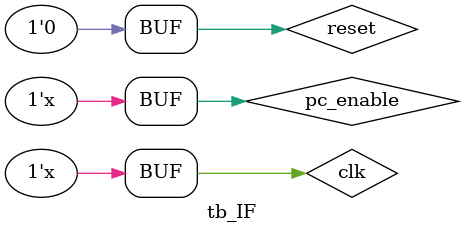
<source format=v>
`timescale 1 ns/10 ps

module tb_IF();
reg pc_enable, clk, reset;
wire [31:0]out_inst;
initial begin
  clk = 1'b0;
  reset = 1'b1;
  #40 reset = 1'b0;
  pc_enable = 1'b0;
end
always #100 pc_enable = ~pc_enable;
always #20 clk = ~clk;

// Testing IF module
IF if_instance(out_inst, pc_enable, clk, reset);

endmodule
</source>
